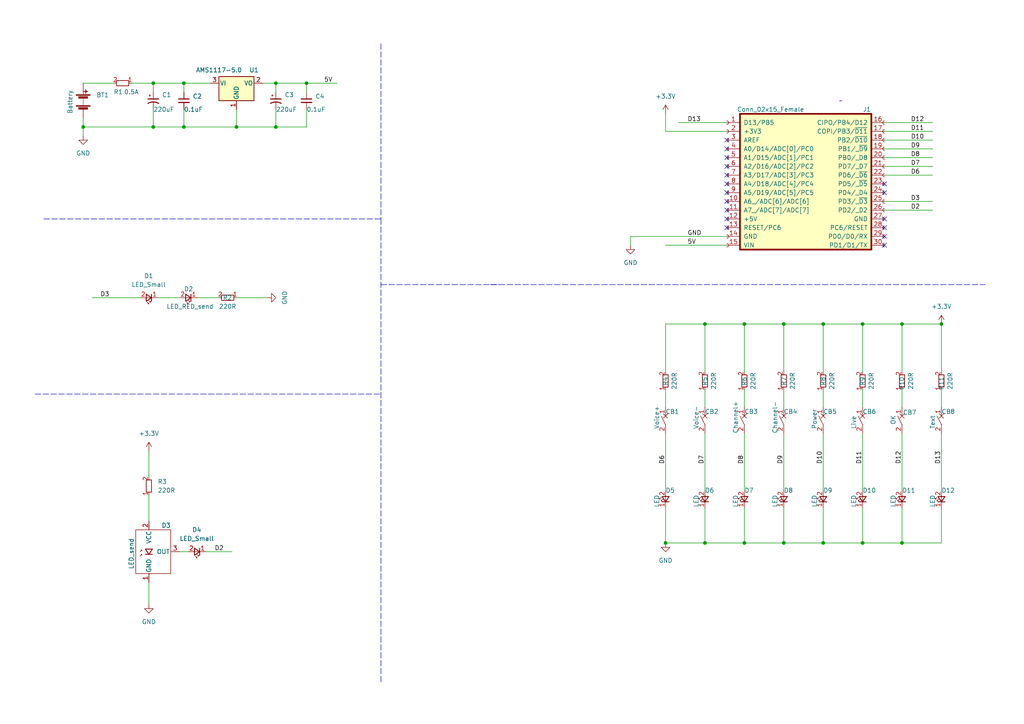
<source format=kicad_sch>
(kicad_sch (version 20211123) (generator eeschema)
  (paper "A4")
  (lib_symbols
    (symbol "Device:Battery" (pin_numbers hide) (pin_names (offset 0) hide)
      (property "Reference" "BT" (at 2.54 2.54 0))
      (property "Value" "Battery" (at 2.54 0 0))
      (symbol "Battery_0_1"
        (rectangle (start -2.032 -1.397) (end 2.032 -1.651) (fill (type outline)))
        (rectangle (start -2.032 1.778) (end 2.032 1.524) (fill (type outline)))
        (rectangle (start -1.3208 -1.9812) (end 1.27 -2.4892) (fill (type outline)))
        (rectangle (start -1.3208 1.1938) (end 1.27 0.6858) (fill (type outline)))
        (polyline (pts (xy 0 -1.524) (xy 0 -1.27)))
        (polyline (pts (xy 0 -1.016) (xy 0 -0.762)))
        (polyline (pts (xy 0 -0.508) (xy 0 -0.254)))
        (polyline (pts (xy 0 0) (xy 0 0.254)))
        (polyline (pts (xy 0 0.508) (xy 0 0.762)))
        (polyline (pts (xy 0 1.778) (xy 0 2.54)))
        (polyline (pts (xy 0.254 2.667) (xy 1.27 2.667)) (stroke (width 0.254)))
        (polyline (pts (xy 0.762 3.175) (xy 0.762 2.159)) (stroke (width 0.254)))
      )
      (symbol "Battery_1_1"
        (pin passive line (at 0 5.08 270) (length 2.54) (name "+") (number "1"))
        (pin passive line (at 0 -5.08 90) (length 2.54) (name "-") (number "2"))
      )
    )
    (symbol "LED_Small_1" (pin_names (offset 0.254) hide)
      (property "Reference" "D" (at -1.27 3.175 0))
      (property "Value" "LED_Small_1" (at -4.445 -2.54 0))
      (symbol "LED_Small_1_0_1"
        (polyline (pts (xy -0.762 -1.016) (xy -0.762 1.016)) (stroke (width 0.254)))
        (polyline (pts (xy 1.016 0) (xy -0.762 0)))
        (polyline (pts (xy 0.762 -1.016) (xy -0.762 0) (xy 0.762 1.016) (xy 0.762 -1.016)) (stroke (width 0.254)))
        (polyline (pts (xy 0 0.762) (xy -0.508 1.27) (xy -0.254 1.27) (xy -0.508 1.27) (xy -0.508 1.016)))
        (polyline (pts (xy 0.508 1.27) (xy 0 1.778) (xy 0.254 1.778) (xy 0 1.778) (xy 0 1.524)))
      )
      (symbol "LED_Small_1_1_1"
        (pin passive line (at -2.54 0 0) (length 1.778) (name "K") (number "1"))
        (pin passive line (at 2.54 0 180) (length 1.778) (name "A") (number "2"))
      )
    )
    (symbol "LED_Small_10" (pin_names (offset 0.254) hide)
      (property "Reference" "D" (at -1.27 3.175 0))
      (property "Value" "LED_Small_10" (at -4.445 -2.54 0))
      (symbol "LED_Small_10_0_1"
        (polyline (pts (xy -0.762 -1.016) (xy -0.762 1.016)) (stroke (width 0.254)))
        (polyline (pts (xy 1.016 0) (xy -0.762 0)))
        (polyline (pts (xy 0.762 -1.016) (xy -0.762 0) (xy 0.762 1.016) (xy 0.762 -1.016)) (stroke (width 0.254)))
        (polyline (pts (xy 0 0.762) (xy -0.508 1.27) (xy -0.254 1.27) (xy -0.508 1.27) (xy -0.508 1.016)))
        (polyline (pts (xy 0.508 1.27) (xy 0 1.778) (xy 0.254 1.778) (xy 0 1.778) (xy 0 1.524)))
      )
      (symbol "LED_Small_10_1_1"
        (pin passive line (at -2.54 0 0) (length 1.778) (name "K") (number "1"))
        (pin passive line (at 2.54 0 180) (length 1.778) (name "A") (number "2"))
      )
    )
    (symbol "LED_Small_2" (pin_names (offset 0.254) hide)
      (property "Reference" "D" (at -1.27 3.175 0))
      (property "Value" "LED_Small_2" (at -4.445 -2.54 0))
      (symbol "LED_Small_2_0_1"
        (polyline (pts (xy -0.762 -1.016) (xy -0.762 1.016)) (stroke (width 0.254)))
        (polyline (pts (xy 1.016 0) (xy -0.762 0)))
        (polyline (pts (xy 0.762 -1.016) (xy -0.762 0) (xy 0.762 1.016) (xy 0.762 -1.016)) (stroke (width 0.254)))
        (polyline (pts (xy 0 0.762) (xy -0.508 1.27) (xy -0.254 1.27) (xy -0.508 1.27) (xy -0.508 1.016)))
        (polyline (pts (xy 0.508 1.27) (xy 0 1.778) (xy 0.254 1.778) (xy 0 1.778) (xy 0 1.524)))
      )
      (symbol "LED_Small_2_1_1"
        (pin passive line (at -2.54 0 0) (length 1.778) (name "K") (number "1"))
        (pin passive line (at 2.54 0 180) (length 1.778) (name "A") (number "2"))
      )
    )
    (symbol "LED_Small_3" (pin_names (offset 0.254) hide)
      (property "Reference" "D" (at -1.27 3.175 0))
      (property "Value" "LED_Small_3" (at -4.445 -2.54 0))
      (symbol "LED_Small_3_0_1"
        (polyline (pts (xy -0.762 -1.016) (xy -0.762 1.016)) (stroke (width 0.254)))
        (polyline (pts (xy 1.016 0) (xy -0.762 0)))
        (polyline (pts (xy 0.762 -1.016) (xy -0.762 0) (xy 0.762 1.016) (xy 0.762 -1.016)) (stroke (width 0.254)))
        (polyline (pts (xy 0 0.762) (xy -0.508 1.27) (xy -0.254 1.27) (xy -0.508 1.27) (xy -0.508 1.016)))
        (polyline (pts (xy 0.508 1.27) (xy 0 1.778) (xy 0.254 1.778) (xy 0 1.778) (xy 0 1.524)))
      )
      (symbol "LED_Small_3_1_1"
        (pin passive line (at -2.54 0 0) (length 1.778) (name "K") (number "1"))
        (pin passive line (at 2.54 0 180) (length 1.778) (name "A") (number "2"))
      )
    )
    (symbol "LED_Small_4" (pin_names (offset 0.254) hide)
      (property "Reference" "D" (at -1.27 3.175 0))
      (property "Value" "LED_Small_4" (at -4.445 -2.54 0))
      (symbol "LED_Small_4_0_1"
        (polyline (pts (xy -0.762 -1.016) (xy -0.762 1.016)) (stroke (width 0.254)))
        (polyline (pts (xy 1.016 0) (xy -0.762 0)))
        (polyline (pts (xy 0.762 -1.016) (xy -0.762 0) (xy 0.762 1.016) (xy 0.762 -1.016)) (stroke (width 0.254)))
        (polyline (pts (xy 0 0.762) (xy -0.508 1.27) (xy -0.254 1.27) (xy -0.508 1.27) (xy -0.508 1.016)))
        (polyline (pts (xy 0.508 1.27) (xy 0 1.778) (xy 0.254 1.778) (xy 0 1.778) (xy 0 1.524)))
      )
      (symbol "LED_Small_4_1_1"
        (pin passive line (at -2.54 0 0) (length 1.778) (name "K") (number "1"))
        (pin passive line (at 2.54 0 180) (length 1.778) (name "A") (number "2"))
      )
    )
    (symbol "LED_Small_5" (pin_names (offset 0.254) hide)
      (property "Reference" "D" (at -1.27 3.175 0))
      (property "Value" "LED_Small_5" (at -4.445 -2.54 0))
      (symbol "LED_Small_5_0_1"
        (polyline (pts (xy -0.762 -1.016) (xy -0.762 1.016)) (stroke (width 0.254)))
        (polyline (pts (xy 1.016 0) (xy -0.762 0)))
        (polyline (pts (xy 0.762 -1.016) (xy -0.762 0) (xy 0.762 1.016) (xy 0.762 -1.016)) (stroke (width 0.254)))
        (polyline (pts (xy 0 0.762) (xy -0.508 1.27) (xy -0.254 1.27) (xy -0.508 1.27) (xy -0.508 1.016)))
        (polyline (pts (xy 0.508 1.27) (xy 0 1.778) (xy 0.254 1.778) (xy 0 1.778) (xy 0 1.524)))
      )
      (symbol "LED_Small_5_1_1"
        (pin passive line (at -2.54 0 0) (length 1.778) (name "K") (number "1"))
        (pin passive line (at 2.54 0 180) (length 1.778) (name "A") (number "2"))
      )
    )
    (symbol "LED_Small_6" (pin_names (offset 0.254) hide)
      (property "Reference" "D" (at -1.27 3.175 0))
      (property "Value" "LED_Small_6" (at -4.445 -2.54 0))
      (symbol "LED_Small_6_0_1"
        (polyline (pts (xy -0.762 -1.016) (xy -0.762 1.016)) (stroke (width 0.254)))
        (polyline (pts (xy 1.016 0) (xy -0.762 0)))
        (polyline (pts (xy 0.762 -1.016) (xy -0.762 0) (xy 0.762 1.016) (xy 0.762 -1.016)) (stroke (width 0.254)))
        (polyline (pts (xy 0 0.762) (xy -0.508 1.27) (xy -0.254 1.27) (xy -0.508 1.27) (xy -0.508 1.016)))
        (polyline (pts (xy 0.508 1.27) (xy 0 1.778) (xy 0.254 1.778) (xy 0 1.778) (xy 0 1.524)))
      )
      (symbol "LED_Small_6_1_1"
        (pin passive line (at -2.54 0 0) (length 1.778) (name "K") (number "1"))
        (pin passive line (at 2.54 0 180) (length 1.778) (name "A") (number "2"))
      )
    )
    (symbol "LED_Small_7" (pin_names (offset 0.254) hide)
      (property "Reference" "D" (at -1.27 3.175 0))
      (property "Value" "LED_Small_7" (at -4.445 -2.54 0))
      (symbol "LED_Small_7_0_1"
        (polyline (pts (xy -0.762 -1.016) (xy -0.762 1.016)) (stroke (width 0.254)))
        (polyline (pts (xy 1.016 0) (xy -0.762 0)))
        (polyline (pts (xy 0.762 -1.016) (xy -0.762 0) (xy 0.762 1.016) (xy 0.762 -1.016)) (stroke (width 0.254)))
        (polyline (pts (xy 0 0.762) (xy -0.508 1.27) (xy -0.254 1.27) (xy -0.508 1.27) (xy -0.508 1.016)))
        (polyline (pts (xy 0.508 1.27) (xy 0 1.778) (xy 0.254 1.778) (xy 0 1.778) (xy 0 1.524)))
      )
      (symbol "LED_Small_7_1_1"
        (pin passive line (at -2.54 0 0) (length 1.778) (name "K") (number "1"))
        (pin passive line (at 2.54 0 180) (length 1.778) (name "A") (number "2"))
      )
    )
    (symbol "LED_Small_8" (pin_names (offset 0.254) hide)
      (property "Reference" "D" (at -1.27 3.175 0))
      (property "Value" "LED_Small_8" (at -4.445 -2.54 0))
      (symbol "LED_Small_8_0_1"
        (polyline (pts (xy -0.762 -1.016) (xy -0.762 1.016)) (stroke (width 0.254)))
        (polyline (pts (xy 1.016 0) (xy -0.762 0)))
        (polyline (pts (xy 0.762 -1.016) (xy -0.762 0) (xy 0.762 1.016) (xy 0.762 -1.016)) (stroke (width 0.254)))
        (polyline (pts (xy 0 0.762) (xy -0.508 1.27) (xy -0.254 1.27) (xy -0.508 1.27) (xy -0.508 1.016)))
        (polyline (pts (xy 0.508 1.27) (xy 0 1.778) (xy 0.254 1.778) (xy 0 1.778) (xy 0 1.524)))
      )
      (symbol "LED_Small_8_1_1"
        (pin passive line (at -2.54 0 0) (length 1.778) (name "K") (number "1"))
        (pin passive line (at 2.54 0 180) (length 1.778) (name "A") (number "2"))
      )
    )
    (symbol "LED_Small_9" (pin_names (offset 0.254) hide)
      (property "Reference" "D" (at -1.27 3.175 0))
      (property "Value" "LED_Small_9" (at -4.445 -2.54 0))
      (symbol "LED_Small_9_0_1"
        (polyline (pts (xy -0.762 -1.016) (xy -0.762 1.016)) (stroke (width 0.254)))
        (polyline (pts (xy 1.016 0) (xy -0.762 0)))
        (polyline (pts (xy 0.762 -1.016) (xy -0.762 0) (xy 0.762 1.016) (xy 0.762 -1.016)) (stroke (width 0.254)))
        (polyline (pts (xy 0 0.762) (xy -0.508 1.27) (xy -0.254 1.27) (xy -0.508 1.27) (xy -0.508 1.016)))
        (polyline (pts (xy 0.508 1.27) (xy 0 1.778) (xy 0.254 1.778) (xy 0 1.778) (xy 0 1.524)))
      )
      (symbol "LED_Small_9_1_1"
        (pin passive line (at -2.54 0 0) (length 1.778) (name "K") (number "1"))
        (pin passive line (at 2.54 0 180) (length 1.778) (name "A") (number "2"))
      )
    )
    (symbol "my_lib:AMS1117" (pin_names (offset 0.254))
      (property "Reference" "U" (at -3.81 3.175 0))
      (property "Value" "AMS1117" (at 0 3.175 0))
      (symbol "AMS1117_0_1"
        (rectangle (start -5.08 -5.08) (end 5.08 1.905) (stroke (width 0.254)) (fill (type background)))
      )
      (symbol "AMS1117_1_1"
        (pin input line (at 0 -7.62 90) (length 2.54) (name "GND") (number "1"))
        (pin output line (at 7.62 0 180) (length 2.54) (name "VO") (number "2"))
        (pin input line (at -7.62 0 0) (length 2.54) (name "VI") (number "3"))
      )
    )
    (symbol "my_lib:C" (pin_numbers hide) (pin_names (offset 0.254) hide)
      (property "Reference" "C" (at 0.254 1.778 0))
      (property "Value" "C" (at 0.254 -2.032 0))
      (symbol "C_0_1"
        (polyline (pts (xy -1.524 -0.508) (xy 1.524 -0.508)) (stroke (width 0.3302)))
        (polyline (pts (xy -1.524 0.508) (xy 1.524 0.508)) (stroke (width 0.3048)))
      )
      (symbol "C_1_1"
        (pin passive line (at 0 2.54 270) (length 2.032) (name "~") (number "1"))
        (pin passive line (at 0 -2.54 90) (length 2.032) (name "~") (number "2"))
      )
    )
    (symbol "my_lib:C_Polarized" (pin_numbers hide) (pin_names (offset 0.254) hide)
      (property "Reference" "C" (at 0.254 1.778 0))
      (property "Value" "C_Polarized" (at 0.254 -2.032 0))
      (symbol "C_Polarized_0_1"
        (polyline (pts (xy -1.524 0.508) (xy 1.524 0.508)) (stroke (width 0.3048)))
        (polyline (pts (xy -1.27 1.524) (xy -0.762 1.524)))
        (polyline (pts (xy -1.016 1.27) (xy -1.016 1.778)))
        (arc (start 1.524 -0.762) (mid 0 -0.3734) (end -1.524 -0.762) (stroke (width 0.3048)))
      )
      (symbol "C_Polarized_1_1"
        (pin passive line (at 0 2.54 270) (length 2.032) (name "~") (number "1"))
        (pin passive line (at 0 -2.54 90) (length 2.032) (name "~") (number "2"))
      )
    )
    (symbol "my_lib:CircuitBreaker"
      (property "Reference" "CB" (at 1.905 0 0))
      (property "Value" "CircuitBreaker" (at 1.905 1.905 0))
      (symbol "CircuitBreaker_0_1"
        (polyline (pts (xy 0 -1.27) (xy -1.27 1.27)))
      )
      (symbol "CircuitBreaker_1_1"
        (polyline (pts (xy -0.635 1.905) (xy 0.635 0.635)))
        (polyline (pts (xy 0.635 1.905) (xy -0.635 0.635)))
        (pin passive line (at 0 3.81 270) (length 2.54) (name "~") (number "1"))
        (pin passive line (at 0 -3.81 90) (length 2.54) (name "~") (number "2"))
      )
    )
    (symbol "my_lib:Conn_02x15_Female" (pin_names (offset 1.016))
      (property "Reference" "J" (at -8.89 24.13 0))
      (property "Value" "Conn_02x15_Female" (at 1.27 -25.4 0))
      (property "Datasheet" "~" (at 7.62 24.13 0))
      (symbol "Conn_02x15_Female_0_1"
        (rectangle (start -21.59 20.32) (end 16.51 -19.05) (stroke (width 0.5)) (fill (type background)))
      )
      (symbol "Conn_02x15_Female_1_1"
        (arc (start -25.4 -18.288) (mid -24.892 -17.78) (end -25.4 -17.272) (stroke (width 0.1524)))
        (arc (start -25.4 -15.748) (mid -24.892 -15.24) (end -25.4 -14.732) (stroke (width 0.1524)))
        (arc (start -25.4 -13.208) (mid -24.892 -12.7) (end -25.4 -12.192) (stroke (width 0.1524)))
        (arc (start -25.4 -10.668) (mid -24.892 -10.16) (end -25.4 -9.652) (stroke (width 0.1524)))
        (arc (start -25.4 -8.128) (mid -24.892 -7.62) (end -25.4 -7.112) (stroke (width 0.1524)))
        (arc (start -25.4 -5.588) (mid -24.892 -5.08) (end -25.4 -4.572) (stroke (width 0.1524)))
        (arc (start -25.4 -3.048) (mid -24.892 -2.54) (end -25.4 -2.032) (stroke (width 0.1524)))
        (arc (start -25.4 -0.508) (mid -24.892 0) (end -25.4 0.508) (stroke (width 0.1524)))
        (arc (start -25.4 2.032) (mid -24.892 2.54) (end -25.4 3.048) (stroke (width 0.1524)))
        (arc (start -25.4 4.572) (mid -24.892 5.08) (end -25.4 5.588) (stroke (width 0.1524)))
        (arc (start -25.4 7.112) (mid -24.892 7.62) (end -25.4 8.128) (stroke (width 0.1524)))
        (arc (start -25.4 9.652) (mid -24.892 10.16) (end -25.4 10.668) (stroke (width 0.1524)))
        (arc (start -25.4 12.192) (mid -24.892 12.7) (end -25.4 13.208) (stroke (width 0.1524)))
        (arc (start -25.4 14.732) (mid -24.892 15.24) (end -25.4 15.748) (stroke (width 0.1524)))
        (arc (start -25.4 17.272) (mid -24.892 17.78) (end -25.4 18.288) (stroke (width 0.1524)))
        (arc (start 20.32 -17.272) (mid 19.812 -17.78) (end 20.32 -18.288) (stroke (width 0.1524)))
        (arc (start 20.32 -14.732) (mid 19.812 -15.24) (end 20.32 -15.748) (stroke (width 0.1524)))
        (arc (start 20.32 -12.192) (mid 19.812 -12.7) (end 20.32 -13.208) (stroke (width 0.1524)))
        (arc (start 20.32 -9.652) (mid 19.812 -10.16) (end 20.32 -10.668) (stroke (width 0.1524)))
        (arc (start 20.32 -7.112) (mid 19.812 -7.62) (end 20.32 -8.128) (stroke (width 0.1524)))
        (arc (start 20.32 -4.572) (mid 19.812 -5.08) (end 20.32 -5.588) (stroke (width 0.1524)))
        (arc (start 20.32 -2.032) (mid 19.812 -2.54) (end 20.32 -3.048) (stroke (width 0.1524)))
        (arc (start 20.32 0.508) (mid 19.812 0) (end 20.32 -0.508) (stroke (width 0.1524)))
        (arc (start 20.32 3.048) (mid 19.812 2.54) (end 20.32 2.032) (stroke (width 0.1524)))
        (arc (start 20.32 5.588) (mid 19.812 5.08) (end 20.32 4.572) (stroke (width 0.1524)))
        (arc (start 20.32 8.128) (mid 19.812 7.62) (end 20.32 7.112) (stroke (width 0.1524)))
        (arc (start 20.32 10.668) (mid 19.812 10.16) (end 20.32 9.652) (stroke (width 0.1524)))
        (arc (start 20.32 13.208) (mid 19.812 12.7) (end 20.32 12.192) (stroke (width 0.1524)))
        (arc (start 20.32 15.748) (mid 19.812 15.24) (end 20.32 14.732) (stroke (width 0.1524)))
        (arc (start 20.32 18.288) (mid 19.812 17.78) (end 20.32 17.272) (stroke (width 0.1524)))
        (pin output line (at -25.4 17.78 0) (length 3.81) (name "D13/PB5") (number "1"))
        (pin output line (at -25.4 -5.08 0) (length 3.81) (name "A6_/ADC[6]/ADC[6]") (number "10"))
        (pin output line (at -25.4 -7.62 0) (length 3.81) (name "A7_/ADC[7]/ADC[7]") (number "11"))
        (pin output line (at -25.4 -10.16 0) (length 3.81) (name "+5V") (number "12"))
        (pin output line (at -25.4 -12.7 0) (length 3.81) (name "RESET/PC6") (number "13"))
        (pin power_out line (at -25.4 -15.24 0) (length 3.81) (name "GND") (number "14"))
        (pin input line (at -25.4 -17.78 0) (length 3.81) (name "VIN") (number "15"))
        (pin output line (at 20.32 17.78 180) (length 3.81) (name "CIPO/PB4/D12") (number "16"))
        (pin output line (at 20.32 15.24 180) (length 3.81) (name "COPI/PB3/~{D11}") (number "17"))
        (pin output line (at 20.32 12.7 180) (length 3.81) (name "PB2/~{D10}") (number "18"))
        (pin output line (at 20.32 10.16 180) (length 3.81) (name "PB1/_~{D9}") (number "19"))
        (pin power_out line (at -25.4 15.24 0) (length 3.81) (name "+3V3") (number "2"))
        (pin output line (at 20.32 7.62 180) (length 3.81) (name "PB0/_D8") (number "20"))
        (pin output line (at 20.32 5.08 180) (length 3.81) (name "PD7/_D7") (number "21"))
        (pin output line (at 20.32 2.54 180) (length 3.81) (name "PD6/_~{D6}") (number "22"))
        (pin output line (at 20.32 0 180) (length 3.81) (name "PD5/_~{D5}") (number "23"))
        (pin output line (at 20.32 -2.54 180) (length 3.81) (name "PD4/_D4") (number "24"))
        (pin output line (at 20.32 -5.08 180) (length 3.81) (name "PD3/_~{D3}") (number "25"))
        (pin output line (at 20.32 -7.62 180) (length 3.81) (name "PD2/_D2") (number "26"))
        (pin power_out line (at 20.32 -10.16 180) (length 3.81) (name "GND") (number "27"))
        (pin output line (at 20.32 -12.7 180) (length 3.81) (name "PC6/RESET") (number "28"))
        (pin output line (at 20.32 -15.24 180) (length 3.81) (name "PD0/D0/RX") (number "29"))
        (pin output line (at -25.4 12.7 0) (length 3.81) (name "AREF") (number "3"))
        (pin output line (at 20.32 -17.78 180) (length 3.81) (name "PD1/D1/TX") (number "30"))
        (pin output line (at -25.4 10.16 0) (length 3.81) (name "A0/D14/ADC[0]/PC0") (number "4"))
        (pin output line (at -25.4 7.62 0) (length 3.81) (name "A1/D15/ADC[1]/PC1") (number "5"))
        (pin output line (at -25.4 5.08 0) (length 3.81) (name "A2/D16/ADC[2]/PC2") (number "6"))
        (pin output line (at -25.4 2.54 0) (length 3.81) (name "A3/D17/ADC[3]/PC3") (number "7"))
        (pin output line (at -25.4 0 0) (length 3.81) (name "A4/D18/ADC[4]/PC4") (number "8"))
        (pin output line (at -25.4 -2.54 0) (length 3.81) (name "A5/D19/ADC[5]/PC5") (number "9"))
      )
    )
    (symbol "my_lib:LED_Small" (pin_names (offset 0.254) hide)
      (property "Reference" "D" (at -1.27 3.175 0))
      (property "Value" "LED_Small" (at -4.445 -2.54 0))
      (symbol "LED_Small_0_1"
        (polyline (pts (xy -0.762 -1.016) (xy -0.762 1.016)) (stroke (width 0.254)))
        (polyline (pts (xy 1.016 0) (xy -0.762 0)))
        (polyline (pts (xy 0.762 -1.016) (xy -0.762 0) (xy 0.762 1.016) (xy 0.762 -1.016)) (stroke (width 0.254)))
        (polyline (pts (xy 0 0.762) (xy -0.508 1.27) (xy -0.254 1.27) (xy -0.508 1.27) (xy -0.508 1.016)))
        (polyline (pts (xy 0.508 1.27) (xy 0 1.778) (xy 0.254 1.778) (xy 0 1.778) (xy 0 1.524)))
      )
      (symbol "LED_Small_1_1"
        (pin passive line (at -2.54 0 0) (length 1.778) (name "K") (number "1"))
        (pin passive line (at 2.54 0 180) (length 1.778) (name "A") (number "2"))
      )
    )
    (symbol "my_lib:LED_send" (pin_names (offset 0.254))
      (property "Reference" "D" (at 5.08 5.08 0))
      (property "Value" "LED_send" (at -6.35 5.08 0))
      (symbol "LED_send_0_1"
        (rectangle (start -6.35 3.81) (end 6.35 -6.35))
        (polyline (pts (xy -0.762 -1.016) (xy -0.762 1.016)) (stroke (width 0.254)))
        (polyline (pts (xy 0.762 -1.016) (xy -0.762 0) (xy 0.762 1.016) (xy 0.762 -1.016)) (stroke (width 0.254)))
        (polyline (pts (xy -1.27 2.54) (xy -0.762 2.032) (xy -1.016 2.032) (xy -0.762 2.032) (xy -0.762 2.286)))
        (polyline (pts (xy 0 2.54) (xy 0.508 2.032) (xy 0.254 2.032) (xy 0.508 2.032) (xy 0.508 2.286)))
      )
      (symbol "LED_send_1_1"
        (pin passive line (at -8.89 0 0) (length 2.54) (name "GND") (number "1"))
        (pin passive line (at 8.89 0 180) (length 2.54) (name "VCC") (number "2"))
        (pin input line (at 0 -8.89 90) (length 2.54) (name "OUT") (number "3"))
      )
    )
    (symbol "my_lib:R_Small" (pin_names (offset 0.254) hide)
      (property "Reference" "R" (at 0.762 0.508 0))
      (property "Value" "R_Small" (at 0.762 -1.016 0))
      (symbol "R_Small_0_1"
        (rectangle (start -0.762 1.778) (end 0.762 -1.778) (stroke (width 0.2032)))
      )
      (symbol "R_Small_1_1"
        (pin passive line (at 0 2.54 270) (length 0.762) (name "~") (number "1"))
        (pin passive line (at 0 -2.54 90) (length 0.762) (name "~") (number "2"))
      )
    )
    (symbol "power:+3.3V" (power) (pin_names (offset 0))
      (property "Value" "+3.3V" (at 0 3.556 0))
      (symbol "+3.3V_0_1"
        (polyline (pts (xy -0.762 1.27) (xy 0 2.54)))
        (polyline (pts (xy 0 0) (xy 0 2.54)))
        (polyline (pts (xy 0 2.54) (xy 0.762 1.27)))
      )
      (symbol "+3.3V_1_1"
        (pin power_in line (at 0 0 90) (length 0) hide (name "+3.3V") (number "1"))
      )
    )
    (symbol "power:GND" (power) (pin_names (offset 0))
      (property "Value" "GND" (at 0 -3.81 0))
      (symbol "GND_0_1"
        (polyline (pts (xy 0 0) (xy 0 -1.27) (xy 1.27 -1.27) (xy 0 -2.54) (xy -1.27 -1.27) (xy 0 -1.27)))
      )
      (symbol "GND_1_1"
        (pin power_in line (at 0 0 270) (length 0) hide (name "GND") (number "1"))
      )
    )
  )
  (junction (at 204.47 157.48))
  (junction (at 215.9 157.48))
  (junction (at 88.9 24.13))
  (junction (at 44.45 36.83))
  (junction (at 80.01 24.13))
  (junction (at 227.33 157.48))
  (junction (at 238.76 93.98))
  (junction (at 24.13 36.83))
  (junction (at 193.04 157.48))
  (junction (at 261.62 93.98))
  (junction (at 227.33 93.98))
  (junction (at 53.34 36.83))
  (junction (at 273.05 93.98))
  (junction (at 250.19 157.48))
  (junction (at 53.34 24.13))
  (junction (at 215.9 93.98))
  (junction (at 68.58 36.83))
  (junction (at 44.45 24.13))
  (junction (at 204.47 93.98))
  (junction (at 261.62 157.48))
  (junction (at 80.01 36.83))
  (junction (at 250.19 93.98))
  (junction (at 238.76 157.48))
  (no_connect (at 210.82 53.34))
  (no_connect (at 210.82 45.72))
  (no_connect (at 210.82 48.26))
  (no_connect (at 256.54 53.34))
  (no_connect (at 210.82 43.18))
  (no_connect (at 210.82 60.96))
  (no_connect (at 210.82 40.64))
  (no_connect (at 256.54 71.12))
  (no_connect (at 256.54 55.88))
  (no_connect (at 210.82 50.8))
  (no_connect (at 256.54 68.58))
  (no_connect (at 210.82 55.88))
  (no_connect (at 210.82 63.5))
  (no_connect (at 210.82 58.42))
  (no_connect (at 256.54 63.5))
  (no_connect (at 210.82 66.04))
  (no_connect (at 256.54 66.04))
  (wire (pts (xy 43.18 143.51) (xy 43.18 151.13)))
  (wire (pts (xy 193.04 93.98) (xy 193.04 107.95)))
  (wire (pts (xy 88.9 26.67) (xy 88.9 24.13)))
  (polyline (pts (xy 110.49 12.7) (xy 110.49 63.5)))
  (wire (pts (xy 57.15 86.36) (xy 63.5 86.36)))
  (wire (pts (xy 250.19 147.32) (xy 250.19 157.48)))
  (wire (pts (xy 193.04 147.32) (xy 193.04 157.48)))
  (wire (pts (xy 68.58 36.83) (xy 80.01 36.83)))
  (wire (pts (xy 227.33 93.98) (xy 238.76 93.98)))
  (wire (pts (xy 215.9 93.98) (xy 227.33 93.98)))
  (wire (pts (xy 68.58 36.83) (xy 53.34 36.83)))
  (polyline (pts (xy 12.7 63.5) (xy 110.49 63.5)))
  (wire (pts (xy 261.62 93.98) (xy 261.62 107.95)))
  (wire (pts (xy 250.19 93.98) (xy 250.19 107.95)))
  (wire (pts (xy 227.33 157.48) (xy 238.76 157.48)))
  (wire (pts (xy 273.05 147.32) (xy 273.05 157.48)))
  (wire (pts (xy 238.76 113.03) (xy 238.76 118.11)))
  (wire (pts (xy 193.04 125.73) (xy 193.04 142.24)))
  (wire (pts (xy 238.76 93.98) (xy 238.76 107.95)))
  (wire (pts (xy 88.9 31.75) (xy 88.9 36.83)))
  (wire (pts (xy 256.54 45.72) (xy 270.51 45.72)))
  (wire (pts (xy 45.72 86.36) (xy 52.07 86.36)))
  (wire (pts (xy 24.13 36.83) (xy 24.13 39.37)))
  (wire (pts (xy 250.19 125.73) (xy 250.19 142.24)))
  (wire (pts (xy 182.88 68.58) (xy 210.82 68.58)))
  (wire (pts (xy 273.05 93.98) (xy 273.05 107.95)))
  (wire (pts (xy 53.34 31.75) (xy 53.34 36.83)))
  (wire (pts (xy 215.9 113.03) (xy 215.9 118.11)))
  (wire (pts (xy 193.04 71.12) (xy 210.82 71.12)))
  (wire (pts (xy 193.04 33.02) (xy 193.04 38.1)))
  (wire (pts (xy 26.67 86.36) (xy 40.64 86.36)))
  (wire (pts (xy 204.47 113.03) (xy 204.47 118.11)))
  (wire (pts (xy 44.45 31.75) (xy 44.45 36.83)))
  (wire (pts (xy 88.9 36.83) (xy 80.01 36.83)))
  (wire (pts (xy 43.18 130.81) (xy 43.18 138.43)))
  (wire (pts (xy 24.13 34.29) (xy 24.13 36.83)))
  (wire (pts (xy 261.62 125.73) (xy 261.62 142.24)))
  (wire (pts (xy 204.47 93.98) (xy 215.9 93.98)))
  (wire (pts (xy 261.62 157.48) (xy 273.05 157.48)))
  (polyline (pts (xy 142.24 82.55) (xy 144.78 82.55)))
  (wire (pts (xy 53.34 24.13) (xy 60.96 24.13)))
  (wire (pts (xy 238.76 157.48) (xy 250.19 157.48)))
  (wire (pts (xy 43.18 168.91) (xy 43.18 175.26)))
  (wire (pts (xy 238.76 125.73) (xy 238.76 142.24)))
  (wire (pts (xy 193.04 38.1) (xy 210.82 38.1)))
  (wire (pts (xy 261.62 113.03) (xy 261.62 118.11)))
  (wire (pts (xy 261.62 93.98) (xy 273.05 93.98)))
  (wire (pts (xy 256.54 60.96) (xy 270.51 60.96)))
  (wire (pts (xy 24.13 36.83) (xy 44.45 36.83)))
  (wire (pts (xy 196.85 35.56) (xy 210.82 35.56)))
  (wire (pts (xy 80.01 24.13) (xy 88.9 24.13)))
  (wire (pts (xy 273.05 125.73) (xy 273.05 142.24)))
  (wire (pts (xy 204.47 125.73) (xy 204.47 142.24)))
  (wire (pts (xy 227.33 93.98) (xy 227.33 107.95)))
  (wire (pts (xy 44.45 26.67) (xy 44.45 24.13)))
  (wire (pts (xy 68.58 31.75) (xy 68.58 36.83)))
  (polyline (pts (xy 110.49 82.55) (xy 285.75 82.55)))
  (wire (pts (xy 24.13 24.13) (xy 33.02 24.13)))
  (wire (pts (xy 52.07 160.02) (xy 54.61 160.02)))
  (wire (pts (xy 227.33 113.03) (xy 227.33 118.11)))
  (wire (pts (xy 44.45 24.13) (xy 53.34 24.13)))
  (wire (pts (xy 227.33 125.73) (xy 227.33 142.24)))
  (wire (pts (xy 53.34 26.67) (xy 53.34 24.13)))
  (wire (pts (xy 215.9 93.98) (xy 215.9 107.95)))
  (wire (pts (xy 80.01 26.67) (xy 80.01 24.13)))
  (polyline (pts (xy 110.49 63.5) (xy 110.49 198.12)))
  (wire (pts (xy 76.2 24.13) (xy 80.01 24.13)))
  (wire (pts (xy 238.76 93.98) (xy 250.19 93.98)))
  (wire (pts (xy 193.04 93.98) (xy 204.47 93.98)))
  (wire (pts (xy 250.19 157.48) (xy 261.62 157.48)))
  (wire (pts (xy 68.58 86.36) (xy 77.47 86.36)))
  (wire (pts (xy 204.47 93.98) (xy 204.47 107.95)))
  (wire (pts (xy 215.9 147.32) (xy 215.9 157.48)))
  (wire (pts (xy 204.47 157.48) (xy 215.9 157.48)))
  (wire (pts (xy 193.04 157.48) (xy 204.47 157.48)))
  (polyline (pts (xy 10.16 114.3) (xy 110.49 114.3)))
  (wire (pts (xy 88.9 24.13) (xy 97.79 24.13)))
  (wire (pts (xy 250.19 113.03) (xy 250.19 118.11)))
  (wire (pts (xy 59.69 160.02) (xy 67.31 160.02)))
  (wire (pts (xy 256.54 40.64) (xy 270.51 40.64)))
  (wire (pts (xy 193.04 113.03) (xy 193.04 118.11)))
  (wire (pts (xy 204.47 147.32) (xy 204.47 157.48)))
  (wire (pts (xy 227.33 147.32) (xy 227.33 157.48)))
  (wire (pts (xy 215.9 125.73) (xy 215.9 142.24)))
  (wire (pts (xy 256.54 35.56) (xy 270.51 35.56)))
  (wire (pts (xy 256.54 43.18) (xy 270.51 43.18)))
  (wire (pts (xy 250.19 93.98) (xy 261.62 93.98)))
  (wire (pts (xy 53.34 36.83) (xy 44.45 36.83)))
  (wire (pts (xy 256.54 48.26) (xy 270.51 48.26)))
  (wire (pts (xy 256.54 50.8) (xy 270.51 50.8)))
  (wire (pts (xy 261.62 147.32) (xy 261.62 157.48)))
  (wire (pts (xy 273.05 113.03) (xy 273.05 118.11)))
  (wire (pts (xy 256.54 58.42) (xy 270.51 58.42)))
  (wire (pts (xy 182.88 71.12) (xy 182.88 68.58)))
  (wire (pts (xy 256.54 38.1) (xy 270.51 38.1)))
  (wire (pts (xy 215.9 157.48) (xy 227.33 157.48)))
  (wire (pts (xy 238.76 147.32) (xy 238.76 157.48)))
  (wire (pts (xy 80.01 31.75) (xy 80.01 36.83)))
  (wire (pts (xy 38.1 24.13) (xy 44.45 24.13)))
  (label "D2" (at 264.16 60.96 0))
  (label "D10" (at 264.16 40.64 0))
  (label "GND" (at 199.39 68.58 0))
  (label "D13" (at 273.05 134.62 90))
  (label "D7" (at 264.16 48.26 0))
  (label "D2" (at 62.23 160.02 0))
  (label "D6" (at 264.16 50.8 0))
  (label "D10" (at 238.76 134.62 90))
  (label "D6" (at 193.04 134.62 90))
  (label "D8" (at 215.9 134.62 90))
  (label "D11" (at 264.16 38.1 0))
  (label "D11" (at 250.19 134.62 90))
  (label "D13" (at 199.39 35.56 0))
  (label "5V" (at 93.98 24.13 0))
  (label "5V" (at 199.39 71.12 0))
  (label "D12" (at 261.62 134.62 90))
  (label "D8" (at 264.16 45.72 0))
  (label "D9" (at 227.33 134.62 90))
  (label "D12" (at 264.16 35.56 0))
  (label "D7" (at 204.47 134.62 90))
  (label "D9" (at 264.16 43.18 0))
  (label "D3" (at 31.75 86.36 180))
  (label "D3" (at 264.16 58.42 0))
  (symbol (lib_id "my_lib:R_Small") (at 35.56 24.13 270) (unit 1)
    (property "Reference" "R1" (at 34.29 26.67 90))
    (property "Value" "0.5A" (at 38.1 26.67 90))
    (property "Footprint" "my_pcbmode:LED_0805_2012Metric" (effects hide))
  )
  (symbol (lib_id "power:+3.3V") (at 193.04 33.02 0) (unit 1)
    (property "Reference" "#PWR06" (effects hide))
    (property "Value" "+3.3V" (at 193.04 27.94 0))
  )
  (symbol (lib_id "my_lib:C") (at 53.34 29.21 0) (unit 1)
    (property "Reference" "C2" (at 55.88 27.9462 0) (effects (justify left)))
    (property "Value" "0.1uF" (at 53.34 31.75 0) (effects (justify left)))
    (property "Footprint" "my_pcbmode:LED_0805_2012Metric" (effects hide))
  )
  (symbol (lib_id "my_lib:LED_send") (at 43.18 160.02 90) (unit 1)
    (property "Reference" "D3" (at 49.53 152.4 90) (effects (justify left)))
    (property "Value" "LED_send" (at 38.1 165.1 0) (effects (justify left)))
    (property "Footprint" "my_pcbmode:Red_get" (effects hide))
  )
  (symbol (lib_id "power:GND") (at 77.47 86.36 90) (unit 1)
    (property "Reference" "#PWR02" (effects hide))
    (property "Value" "GND" (at 82.55 86.36 0))
  )
  (symbol (lib_name "LED_Small_1") (lib_id "my_lib:LED_Small") (at 273.05 144.78 90) (unit 1)
    (property "Reference" "D12" (at 273.05 142.24 90) (effects (justify right)))
    (property "Value" "LED" (at 270.51 143.51 0) (effects (justify right)))
    (property "Footprint" "my_pcbmode:LED_0805_2012Metric" (effects hide))
  )
  (symbol (lib_id "my_lib:R_Small") (at 250.19 110.49 180) (unit 1)
    (property "Reference" "R9" (at 250.19 109.22 90) (effects (justify left)))
    (property "Value" "220R" (at 252.73 107.95 90) (effects (justify left)))
    (property "Footprint" "my_pcbmode:LED_0805_2012Metric" (effects hide))
  )
  (symbol (lib_id "my_lib:C_Polarized") (at 44.45 29.21 0) (unit 1)
    (property "Reference" "C1" (at 46.99 27.5081 0) (effects (justify left)))
    (property "Value" "220uF" (at 44.45 31.75 0) (effects (justify left)))
    (property "Footprint" "my_pcbmode:C_Elec_6.3x7.7" (effects hide))
  )
  (symbol (lib_id "my_lib:R_Small") (at 215.9 110.49 180) (unit 1)
    (property "Reference" "R6" (at 215.9 109.22 90) (effects (justify left)))
    (property "Value" "220R" (at 218.44 107.95 90) (effects (justify left)))
    (property "Footprint" "my_pcbmode:LED_0805_2012Metric" (effects hide))
  )
  (symbol (lib_id "Device:Battery") (at 24.13 29.21 0) (unit 1)
    (property "Reference" "BT1" (at 27.94 27.5589 0) (effects (justify left)))
    (property "Value" "Battery" (at 20.32 33.02 90) (effects (justify left)))
    (property "Footprint" "my_pcbmode:BatteryHolder_2xAAA_5" (effects hide))
  )
  (symbol (lib_id "my_lib:CircuitBreaker") (at 193.04 121.92 0) (unit 1)
    (property "Reference" "CB1" (at 193.04 119.38 0) (effects (justify left)))
    (property "Value" "Voice+" (at 190.5 124.46 90) (effects (justify left)))
    (property "Footprint" "my_pcbmode:SW_Cherry_MX_1.00u_Plate" (effects hide))
  )
  (symbol (lib_name "LED_Small_6") (lib_id "my_lib:LED_Small") (at 250.19 144.78 90) (unit 1)
    (property "Reference" "D10" (at 250.19 142.24 90) (effects (justify right)))
    (property "Value" "LED" (at 247.65 143.51 0) (effects (justify right)))
    (property "Footprint" "my_pcbmode:LED_0805_2012Metric" (effects hide))
  )
  (symbol (lib_id "my_lib:R_Small") (at 227.33 110.49 180) (unit 1)
    (property "Reference" "R7" (at 227.33 109.22 90) (effects (justify left)))
    (property "Value" "220R" (at 229.87 107.95 90) (effects (justify left)))
    (property "Footprint" "my_pcbmode:LED_0805_2012Metric" (effects hide))
  )
  (symbol (lib_id "my_lib:R_Small") (at 273.05 110.49 180) (unit 1)
    (property "Reference" "R11" (at 273.05 109.22 90) (effects (justify left)))
    (property "Value" "220R" (at 275.59 107.95 90) (effects (justify left)))
    (property "Footprint" "my_pcbmode:LED_0805_2012Metric" (effects hide))
  )
  (symbol (lib_id "power:GND") (at 193.04 157.48 0) (unit 1)
    (property "Reference" "#PWR07" (effects hide))
    (property "Value" "GND" (at 193.04 162.56 0))
  )
  (symbol (lib_id "my_lib:R_Small") (at 261.62 110.49 180) (unit 1)
    (property "Reference" "R10" (at 261.62 109.22 90) (effects (justify left)))
    (property "Value" "220R" (at 264.16 107.95 90) (effects (justify left)))
    (property "Footprint" "my_pcbmode:LED_0805_2012Metric" (effects hide))
  )
  (symbol (lib_id "my_lib:C") (at 88.9 29.21 0) (unit 1)
    (property "Reference" "C4" (at 91.44 27.9462 0) (effects (justify left)))
    (property "Value" "0.1uF" (at 88.9 31.75 0) (effects (justify left)))
    (property "Footprint" "my_pcbmode:LED_0805_2012Metric" (effects hide))
  )
  (symbol (lib_name "LED_Small_2") (lib_id "my_lib:LED_Small") (at 261.62 144.78 90) (unit 1)
    (property "Reference" "D11" (at 261.62 142.24 90) (effects (justify right)))
    (property "Value" "LED" (at 259.08 143.51 0) (effects (justify right)))
    (property "Footprint" "my_pcbmode:LED_0805_2012Metric" (effects hide))
  )
  (symbol (lib_id "power:+3.3V") (at 43.18 130.81 0) (unit 1)
    (property "Reference" "#PWR03" (effects hide))
    (property "Value" "+3.3V" (at 43.18 125.73 0))
  )
  (symbol (lib_name "LED_Small_7") (lib_id "my_lib:LED_Small") (at 193.04 144.78 90) (unit 1)
    (property "Reference" "D5" (at 193.04 142.24 90) (effects (justify right)))
    (property "Value" "LED" (at 190.5 143.51 0) (effects (justify right)))
    (property "Footprint" "my_pcbmode:LED_0805_2012Metric" (effects hide))
  )
  (symbol (lib_id "power:GND") (at 24.13 39.37 0) (unit 1)
    (property "Reference" "#PWR01" (effects hide))
    (property "Value" "GND" (at 24.13 44.45 0))
  )
  (symbol (lib_id "my_lib:R_Small") (at 193.04 110.49 180) (unit 1)
    (property "Reference" "R4" (at 193.04 109.22 90) (effects (justify left)))
    (property "Value" "220R" (at 195.58 107.95 90) (effects (justify left)))
    (property "Footprint" "my_pcbmode:LED_0805_2012Metric" (effects hide))
  )
  (symbol (lib_id "power:+3.3V") (at 273.05 93.98 0) (unit 1)
    (property "Reference" "#PWR08" (effects hide))
    (property "Value" "+3.3V" (at 273.05 88.9 0))
  )
  (symbol (lib_name "LED_Small_8") (lib_id "my_lib:LED_Small") (at 204.47 144.78 90) (unit 1)
    (property "Reference" "D6" (at 204.47 142.24 90) (effects (justify right)))
    (property "Value" "LED" (at 201.93 143.51 0) (effects (justify right)))
    (property "Footprint" "my_pcbmode:LED_0805_2012Metric" (effects hide))
  )
  (symbol (lib_id "my_lib:CircuitBreaker") (at 227.33 121.92 0) (unit 1)
    (property "Reference" "CB4" (at 227.33 119.38 0) (effects (justify left)))
    (property "Value" "Channel-" (at 224.79 125.73 90) (effects (justify left)))
    (property "Footprint" "my_pcbmode:SW_Cherry_MX_1.00u_Plate" (effects hide))
  )
  (symbol (lib_id "my_lib:R_Small") (at 238.76 110.49 180) (unit 1)
    (property "Reference" "R8" (at 238.76 109.22 90) (effects (justify left)))
    (property "Value" "220R" (at 241.3 107.95 90) (effects (justify left)))
    (property "Footprint" "my_pcbmode:LED_0805_2012Metric" (effects hide))
  )
  (symbol (lib_name "LED_Small_5") (lib_id "my_lib:LED_Small") (at 238.76 144.78 90) (unit 1)
    (property "Reference" "D9" (at 238.76 142.24 90) (effects (justify right)))
    (property "Value" "LED" (at 236.22 143.51 0) (effects (justify right)))
    (property "Footprint" "my_pcbmode:LED_0805_2012Metric" (effects hide))
  )
  (symbol (lib_id "my_lib:CircuitBreaker") (at 238.76 121.92 0) (unit 1)
    (property "Reference" "CB5" (at 238.76 119.38 0) (effects (justify left)))
    (property "Value" "Power" (at 236.22 124.46 90) (effects (justify left)))
    (property "Footprint" "my_pcbmode:SW_Cherry_MX_1.00u_Plate" (effects hide))
  )
  (symbol (lib_id "power:GND") (at 182.88 71.12 0) (unit 1)
    (property "Reference" "#PWR05" (effects hide))
    (property "Value" "GND" (at 182.88 76.2 0))
  )
  (symbol (lib_id "my_lib:CircuitBreaker") (at 250.19 121.92 0) (unit 1)
    (property "Reference" "CB6" (at 250.19 119.38 0) (effects (justify left)))
    (property "Value" "Live" (at 247.65 124.46 90) (effects (justify left)))
    (property "Footprint" "my_pcbmode:SW_Cherry_MX_1.00u_Plate" (effects hide))
  )
  (symbol (lib_name "LED_Small_9") (lib_id "my_lib:LED_Small") (at 57.15 160.02 180) (unit 1)
    (property "Reference" "D4" (at 57.0865 153.67 0))
    (property "Value" "LED_Small" (at 57.0865 156.21 0))
    (property "Footprint" "my_pcbmode:LED_0805_2012Metric" (effects hide))
  )
  (symbol (lib_id "my_lib:Conn_02x15_Female") (at 236.22 53.34 0) (unit 1)
    (property "Reference" "J1" (at 251.46 31.75 0))
    (property "Value" "Conn_02x15_Female" (at 223.52 31.75 0))
    (property "Footprint" "my_pcbmode:PinSocket_2x15_P2.54mm_nano" (effects hide))
    (property "Datasheet" "~" (at 243.84 29.21 0))
  )
  (symbol (lib_id "my_lib:R_Small") (at 43.18 140.97 180) (unit 1)
    (property "Reference" "R3" (at 45.72 139.6999 0) (effects (justify right)))
    (property "Value" "220R" (at 45.72 142.2399 0) (effects (justify right)))
    (property "Footprint" "my_pcbmode:LED_0805_2012Metric" (effects hide))
  )
  (symbol (lib_id "my_lib:CircuitBreaker") (at 261.62 121.92 0) (unit 1)
    (property "Reference" "CB7" (at 261.8755 119.6126 0) (effects (justify left)))
    (property "Value" "OK" (at 259.08 123.19 90) (effects (justify left)))
    (property "Footprint" "my_pcbmode:SW_Cherry_MX_1.00u_Plate" (effects hide))
  )
  (symbol (lib_id "my_lib:R_Small") (at 204.47 110.49 180) (unit 1)
    (property "Reference" "R5" (at 204.47 109.22 90) (effects (justify left)))
    (property "Value" "220R" (at 207.01 107.95 90) (effects (justify left)))
    (property "Footprint" "my_pcbmode:LED_0805_2012Metric" (effects hide))
  )
  (symbol (lib_name "LED_Small_10") (lib_id "my_lib:LED_Small") (at 54.61 86.36 180) (unit 1)
    (property "Reference" "D2" (at 53.34 83.82 0) (effects (justify right)))
    (property "Value" "LED_RED_send" (at 48.26 88.9 0) (effects (justify right)))
    (property "Footprint" "my_pcbmode:Red_send" (effects hide))
  )
  (symbol (lib_id "my_lib:LED_Small") (at 43.18 86.36 180) (unit 1)
    (property "Reference" "D1" (at 43.1165 80.01 0))
    (property "Value" "LED_Small" (at 43.1165 82.55 0))
    (property "Footprint" "my_pcbmode:LED_0805_2012Metric" (effects hide))
  )
  (symbol (lib_name "LED_Small_3") (lib_id "my_lib:LED_Small") (at 227.33 144.78 90) (unit 1)
    (property "Reference" "D8" (at 227.33 142.24 90) (effects (justify right)))
    (property "Value" "LED" (at 224.79 143.51 0) (effects (justify right)))
    (property "Footprint" "my_pcbmode:LED_0805_2012Metric" (effects hide))
  )
  (symbol (lib_id "my_lib:AMS1117") (at 68.58 24.13 0) (unit 1)
    (property "Reference" "U1" (at 73.66 20.32 0))
    (property "Value" "AMS1117-5.0" (at 63.5 20.32 0))
    (property "Footprint" "Package_TO_SOT_SMD:SOT-223-3_TabPin2" (effects hide))
  )
  (symbol (lib_id "my_lib:CircuitBreaker") (at 204.47 121.92 0) (unit 1)
    (property "Reference" "CB2" (at 204.47 119.38 0) (effects (justify left)))
    (property "Value" "Voice-" (at 201.93 124.46 90) (effects (justify left)))
    (property "Footprint" "my_pcbmode:SW_Cherry_MX_1.00u_Plate" (effects hide))
  )
  (symbol (lib_id "my_lib:R_Small") (at 66.04 86.36 270) (unit 1)
    (property "Reference" "R2" (at 67.31 86.36 90) (effects (justify right)))
    (property "Value" "220R" (at 68.58 88.9 90) (effects (justify right)))
    (property "Footprint" "my_pcbmode:LED_0805_2012Metric" (effects hide))
  )
  (symbol (lib_id "my_lib:C_Polarized") (at 80.01 29.21 0) (unit 1)
    (property "Reference" "C3" (at 82.55 27.5081 0) (effects (justify left)))
    (property "Value" "220uF" (at 80.01 31.75 0) (effects (justify left)))
    (property "Footprint" "my_pcbmode:C_Elec_6.3x7.7" (effects hide))
  )
  (symbol (lib_id "my_lib:CircuitBreaker") (at 273.05 121.92 0) (unit 1)
    (property "Reference" "CB8" (at 273.05 119.38 0) (effects (justify left)))
    (property "Value" "Text" (at 270.51 124.46 90) (effects (justify left)))
    (property "Footprint" "my_pcbmode:SW_Cherry_MX_1.00u_Plate" (effects hide))
  )
  (symbol (lib_name "LED_Small_4") (lib_id "my_lib:LED_Small") (at 215.9 144.78 90) (unit 1)
    (property "Reference" "D7" (at 215.9 142.24 90) (effects (justify right)))
    (property "Value" "LED" (at 213.36 143.51 0) (effects (justify right)))
    (property "Footprint" "my_pcbmode:LED_0805_2012Metric" (effects hide))
  )
  (symbol (lib_id "my_lib:CircuitBreaker") (at 215.9 121.92 0) (unit 1)
    (property "Reference" "CB3" (at 215.9 119.38 0) (effects (justify left)))
    (property "Value" "Channel+" (at 213.36 125.73 90) (effects (justify left)))
    (property "Footprint" "my_pcbmode:SW_Cherry_MX_1.00u_Plate" (effects hide))
  )
  (symbol (lib_id "power:GND") (at 43.18 175.26 0) (unit 1)
    (property "Reference" "#PWR04" (effects hide))
    (property "Value" "GND" (at 43.18 180.34 0))
  )
)
</source>
